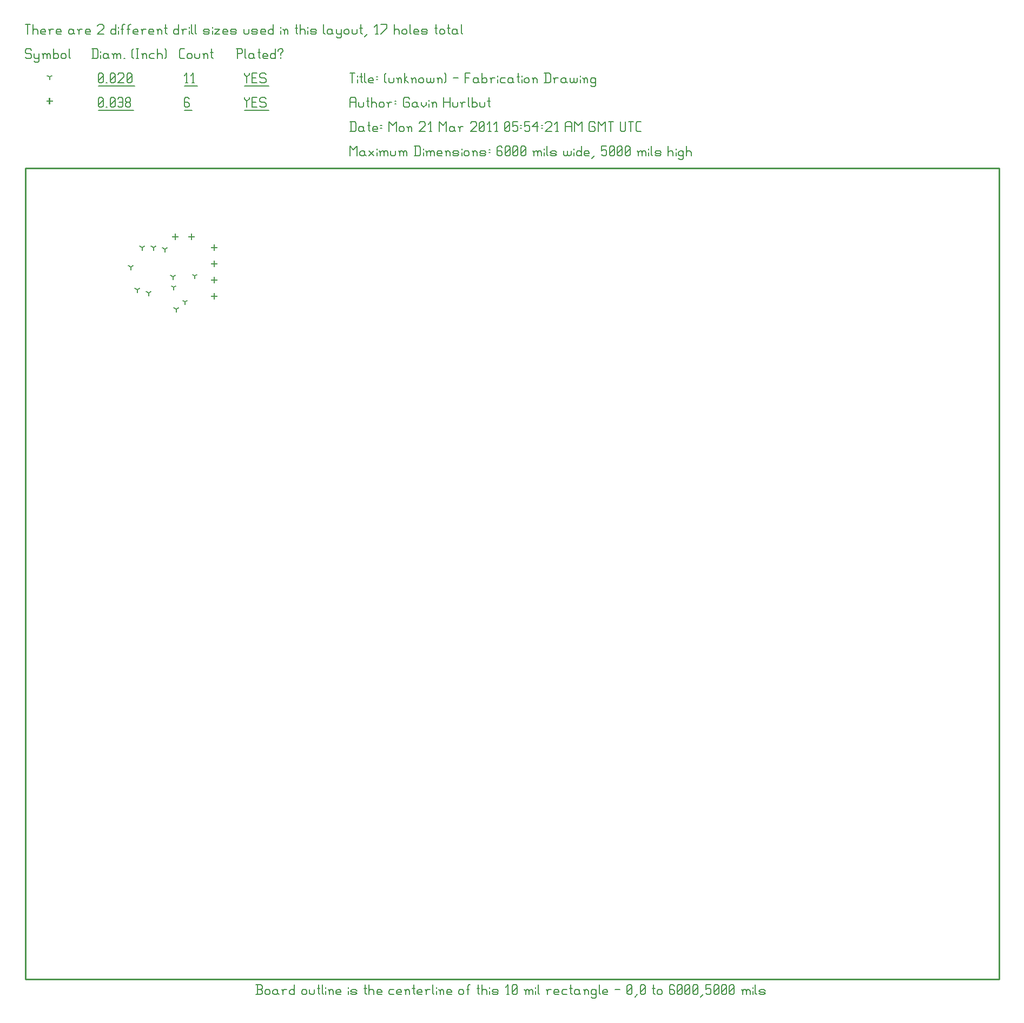
<source format=gbr>
G04 start of page 11 for group -3984 idx -3984 *
G04 Title: (unknown), fab *
G04 Creator: pcb 20091103 *
G04 CreationDate: Mon 21 Mar 2011 05:54:21 AM GMT UTC *
G04 For: gjhurlbu *
G04 Format: Gerber/RS-274X *
G04 PCB-Dimensions: 600000 500000 *
G04 PCB-Coordinate-Origin: lower left *
%MOIN*%
%FSLAX25Y25*%
%LNFAB*%
%ADD11C,0.0100*%
%ADD24R,0.0080X0.0080*%
%ADD25C,0.0060*%
G54D24*X116500Y452600D02*Y449400D01*
X114900Y451000D02*X118100D01*
X116500Y442600D02*Y439400D01*
X114900Y441000D02*X118100D01*
X116500Y432600D02*Y429400D01*
X114900Y431000D02*X118100D01*
X116500Y422600D02*Y419400D01*
X114900Y421000D02*X118100D01*
X92500Y459100D02*Y455900D01*
X90900Y457500D02*X94100D01*
X102500Y459100D02*Y455900D01*
X100900Y457500D02*X104100D01*
X15000Y542850D02*Y539650D01*
X13400Y541250D02*X16600D01*
G54D25*X135000Y543500D02*Y542750D01*
X136500Y541250D01*
X138000Y542750D01*
Y543500D02*Y542750D01*
X136500Y541250D02*Y537500D01*
X139801Y540500D02*X142051D01*
X139801Y537500D02*X142801D01*
X139801Y543500D02*Y537500D01*
Y543500D02*X142801D01*
X147603D02*X148353Y542750D01*
X145353Y543500D02*X147603D01*
X144603Y542750D02*X145353Y543500D01*
X144603Y542750D02*Y541250D01*
X145353Y540500D01*
X147603D01*
X148353Y539750D01*
Y538250D01*
X147603Y537500D02*X148353Y538250D01*
X145353Y537500D02*X147603D01*
X144603Y538250D02*X145353Y537500D01*
X135000Y535749D02*X150154D01*
X100250Y543500D02*X101000Y542750D01*
X98750Y543500D02*X100250D01*
X98000Y542750D02*X98750Y543500D01*
X98000Y542750D02*Y538250D01*
X98750Y537500D01*
X100250Y540500D02*X101000Y539750D01*
X98000Y540500D02*X100250D01*
X98750Y537500D02*X100250D01*
X101000Y538250D01*
Y539750D02*Y538250D01*
X98000Y535749D02*X102801D01*
X45000Y538250D02*X45750Y537500D01*
X45000Y542750D02*Y538250D01*
Y542750D02*X45750Y543500D01*
X47250D01*
X48000Y542750D01*
Y538250D01*
X47250Y537500D02*X48000Y538250D01*
X45750Y537500D02*X47250D01*
X45000Y539000D02*X48000Y542000D01*
X49801Y537500D02*X50551D01*
X52353Y538250D02*X53103Y537500D01*
X52353Y542750D02*Y538250D01*
Y542750D02*X53103Y543500D01*
X54603D01*
X55353Y542750D01*
Y538250D01*
X54603Y537500D02*X55353Y538250D01*
X53103Y537500D02*X54603D01*
X52353Y539000D02*X55353Y542000D01*
X57154Y542750D02*X57904Y543500D01*
X59404D01*
X60154Y542750D01*
Y538250D01*
X59404Y537500D02*X60154Y538250D01*
X57904Y537500D02*X59404D01*
X57154Y538250D02*X57904Y537500D01*
Y540500D02*X60154D01*
X61956Y538250D02*X62706Y537500D01*
X61956Y539750D02*Y538250D01*
Y539750D02*X62706Y540500D01*
X64206D01*
X64956Y539750D01*
Y538250D01*
X64206Y537500D02*X64956Y538250D01*
X62706Y537500D02*X64206D01*
X61956Y541250D02*X62706Y540500D01*
X61956Y542750D02*Y541250D01*
Y542750D02*X62706Y543500D01*
X64206D01*
X64956Y542750D01*
Y541250D01*
X64206Y540500D02*X64956Y541250D01*
X45000Y535749D02*X66757D01*
X79000Y451000D02*Y449400D01*
Y451000D02*X80386Y451800D01*
X79000Y451000D02*X77614Y451800D01*
X72000Y451000D02*Y449400D01*
Y451000D02*X73386Y451800D01*
X72000Y451000D02*X70614Y451800D01*
X86000Y450000D02*Y448400D01*
Y450000D02*X87386Y450800D01*
X86000Y450000D02*X84614Y450800D01*
X91000Y433000D02*Y431400D01*
Y433000D02*X92386Y433800D01*
X91000Y433000D02*X89614Y433800D01*
X65000Y439000D02*Y437400D01*
Y439000D02*X66386Y439800D01*
X65000Y439000D02*X63614Y439800D01*
X93000Y413000D02*Y411400D01*
Y413000D02*X94386Y413800D01*
X93000Y413000D02*X91614Y413800D01*
X76000Y423000D02*Y421400D01*
Y423000D02*X77386Y423800D01*
X76000Y423000D02*X74614Y423800D01*
X69000Y425000D02*Y423400D01*
Y425000D02*X70386Y425800D01*
X69000Y425000D02*X67614Y425800D01*
X98500Y417500D02*Y415900D01*
Y417500D02*X99886Y418300D01*
X98500Y417500D02*X97114Y418300D01*
X91500Y426500D02*Y424900D01*
Y426500D02*X92886Y427300D01*
X91500Y426500D02*X90114Y427300D01*
X104500Y433500D02*Y431900D01*
Y433500D02*X105886Y434300D01*
X104500Y433500D02*X103114Y434300D01*
X15000Y556250D02*Y554650D01*
Y556250D02*X16386Y557050D01*
X15000Y556250D02*X13614Y557050D01*
X135000Y558500D02*Y557750D01*
X136500Y556250D01*
X138000Y557750D01*
Y558500D02*Y557750D01*
X136500Y556250D02*Y552500D01*
X139801Y555500D02*X142051D01*
X139801Y552500D02*X142801D01*
X139801Y558500D02*Y552500D01*
Y558500D02*X142801D01*
X147603D02*X148353Y557750D01*
X145353Y558500D02*X147603D01*
X144603Y557750D02*X145353Y558500D01*
X144603Y557750D02*Y556250D01*
X145353Y555500D01*
X147603D01*
X148353Y554750D01*
Y553250D01*
X147603Y552500D02*X148353Y553250D01*
X145353Y552500D02*X147603D01*
X144603Y553250D02*X145353Y552500D01*
X135000Y550749D02*X150154D01*
X98750Y552500D02*X100250D01*
X99500Y558500D02*Y552500D01*
X98000Y557000D02*X99500Y558500D01*
X102801Y552500D02*X104301D01*
X103551Y558500D02*Y552500D01*
X102051Y557000D02*X103551Y558500D01*
X98000Y550749D02*X106103D01*
X45000Y553250D02*X45750Y552500D01*
X45000Y557750D02*Y553250D01*
Y557750D02*X45750Y558500D01*
X47250D01*
X48000Y557750D01*
Y553250D01*
X47250Y552500D02*X48000Y553250D01*
X45750Y552500D02*X47250D01*
X45000Y554000D02*X48000Y557000D01*
X49801Y552500D02*X50551D01*
X52353Y553250D02*X53103Y552500D01*
X52353Y557750D02*Y553250D01*
Y557750D02*X53103Y558500D01*
X54603D01*
X55353Y557750D01*
Y553250D01*
X54603Y552500D02*X55353Y553250D01*
X53103Y552500D02*X54603D01*
X52353Y554000D02*X55353Y557000D01*
X57154Y557750D02*X57904Y558500D01*
X60154D01*
X60904Y557750D01*
Y556250D01*
X57154Y552500D02*X60904Y556250D01*
X57154Y552500D02*X60904D01*
X62706Y553250D02*X63456Y552500D01*
X62706Y557750D02*Y553250D01*
Y557750D02*X63456Y558500D01*
X64956D01*
X65706Y557750D01*
Y553250D01*
X64956Y552500D02*X65706Y553250D01*
X63456Y552500D02*X64956D01*
X62706Y554000D02*X65706Y557000D01*
X45000Y550749D02*X67507D01*
X3000Y573500D02*X3750Y572750D01*
X750Y573500D02*X3000D01*
X0Y572750D02*X750Y573500D01*
X0Y572750D02*Y571250D01*
X750Y570500D01*
X3000D01*
X3750Y569750D01*
Y568250D01*
X3000Y567500D02*X3750Y568250D01*
X750Y567500D02*X3000D01*
X0Y568250D02*X750Y567500D01*
X5551Y570500D02*Y568250D01*
X6301Y567500D01*
X8551Y570500D02*Y566000D01*
X7801Y565250D02*X8551Y566000D01*
X6301Y565250D02*X7801D01*
X5551Y566000D02*X6301Y565250D01*
Y567500D02*X7801D01*
X8551Y568250D01*
X11103Y569750D02*Y567500D01*
Y569750D02*X11853Y570500D01*
X12603D01*
X13353Y569750D01*
Y567500D01*
Y569750D02*X14103Y570500D01*
X14853D01*
X15603Y569750D01*
Y567500D01*
X10353Y570500D02*X11103Y569750D01*
X17404Y573500D02*Y567500D01*
Y568250D02*X18154Y567500D01*
X19654D01*
X20404Y568250D01*
Y569750D02*Y568250D01*
X19654Y570500D02*X20404Y569750D01*
X18154Y570500D02*X19654D01*
X17404Y569750D02*X18154Y570500D01*
X22206Y569750D02*Y568250D01*
Y569750D02*X22956Y570500D01*
X24456D01*
X25206Y569750D01*
Y568250D01*
X24456Y567500D02*X25206Y568250D01*
X22956Y567500D02*X24456D01*
X22206Y568250D02*X22956Y567500D01*
X27007Y573500D02*Y568250D01*
X27757Y567500D01*
X41750Y573500D02*Y567500D01*
X44000Y573500D02*X44750Y572750D01*
Y568250D01*
X44000Y567500D02*X44750Y568250D01*
X41000Y567500D02*X44000D01*
X41000Y573500D02*X44000D01*
X46551Y572000D02*Y571250D01*
Y569750D02*Y567500D01*
X50303Y570500D02*X51053Y569750D01*
X48803Y570500D02*X50303D01*
X48053Y569750D02*X48803Y570500D01*
X48053Y569750D02*Y568250D01*
X48803Y567500D01*
X51053Y570500D02*Y568250D01*
X51803Y567500D01*
X48803D02*X50303D01*
X51053Y568250D01*
X54354Y569750D02*Y567500D01*
Y569750D02*X55104Y570500D01*
X55854D01*
X56604Y569750D01*
Y567500D01*
Y569750D02*X57354Y570500D01*
X58104D01*
X58854Y569750D01*
Y567500D01*
X53604Y570500D02*X54354Y569750D01*
X60656Y567500D02*X61406D01*
X65907Y568250D02*X66657Y567500D01*
X65907Y572750D02*X66657Y573500D01*
X65907Y572750D02*Y568250D01*
X68459Y573500D02*X69959D01*
X69209D02*Y567500D01*
X68459D02*X69959D01*
X72510Y569750D02*Y567500D01*
Y569750D02*X73260Y570500D01*
X74010D01*
X74760Y569750D01*
Y567500D01*
X71760Y570500D02*X72510Y569750D01*
X77312Y570500D02*X79562D01*
X76562Y569750D02*X77312Y570500D01*
X76562Y569750D02*Y568250D01*
X77312Y567500D01*
X79562D01*
X81363Y573500D02*Y567500D01*
Y569750D02*X82113Y570500D01*
X83613D01*
X84363Y569750D01*
Y567500D01*
X86165Y573500D02*X86915Y572750D01*
Y568250D01*
X86165Y567500D02*X86915Y568250D01*
X95750Y567500D02*X98000D01*
X95000Y568250D02*X95750Y567500D01*
X95000Y572750D02*Y568250D01*
Y572750D02*X95750Y573500D01*
X98000D01*
X99801Y569750D02*Y568250D01*
Y569750D02*X100551Y570500D01*
X102051D01*
X102801Y569750D01*
Y568250D01*
X102051Y567500D02*X102801Y568250D01*
X100551Y567500D02*X102051D01*
X99801Y568250D02*X100551Y567500D01*
X104603Y570500D02*Y568250D01*
X105353Y567500D01*
X106853D01*
X107603Y568250D01*
Y570500D02*Y568250D01*
X110154Y569750D02*Y567500D01*
Y569750D02*X110904Y570500D01*
X111654D01*
X112404Y569750D01*
Y567500D01*
X109404Y570500D02*X110154Y569750D01*
X114956Y573500D02*Y568250D01*
X115706Y567500D01*
X114206Y571250D02*X115706D01*
X130750Y573500D02*Y567500D01*
X130000Y573500D02*X133000D01*
X133750Y572750D01*
Y571250D01*
X133000Y570500D02*X133750Y571250D01*
X130750Y570500D02*X133000D01*
X135551Y573500D02*Y568250D01*
X136301Y567500D01*
X140053Y570500D02*X140803Y569750D01*
X138553Y570500D02*X140053D01*
X137803Y569750D02*X138553Y570500D01*
X137803Y569750D02*Y568250D01*
X138553Y567500D01*
X140803Y570500D02*Y568250D01*
X141553Y567500D01*
X138553D02*X140053D01*
X140803Y568250D01*
X144104Y573500D02*Y568250D01*
X144854Y567500D01*
X143354Y571250D02*X144854D01*
X147106Y567500D02*X149356D01*
X146356Y568250D02*X147106Y567500D01*
X146356Y569750D02*Y568250D01*
Y569750D02*X147106Y570500D01*
X148606D01*
X149356Y569750D01*
X146356Y569000D02*X149356D01*
Y569750D02*Y569000D01*
X154157Y573500D02*Y567500D01*
X153407D02*X154157Y568250D01*
X151907Y567500D02*X153407D01*
X151157Y568250D02*X151907Y567500D01*
X151157Y569750D02*Y568250D01*
Y569750D02*X151907Y570500D01*
X153407D01*
X154157Y569750D01*
X157459Y570500D02*Y569750D01*
Y568250D02*Y567500D01*
X155959Y572750D02*Y572000D01*
Y572750D02*X156709Y573500D01*
X158209D01*
X158959Y572750D01*
Y572000D01*
X157459Y570500D02*X158959Y572000D01*
X0Y588500D02*X3000D01*
X1500D02*Y582500D01*
X4801Y588500D02*Y582500D01*
Y584750D02*X5551Y585500D01*
X7051D01*
X7801Y584750D01*
Y582500D01*
X10353D02*X12603D01*
X9603Y583250D02*X10353Y582500D01*
X9603Y584750D02*Y583250D01*
Y584750D02*X10353Y585500D01*
X11853D01*
X12603Y584750D01*
X9603Y584000D02*X12603D01*
Y584750D02*Y584000D01*
X15154Y584750D02*Y582500D01*
Y584750D02*X15904Y585500D01*
X17404D01*
X14404D02*X15154Y584750D01*
X19956Y582500D02*X22206D01*
X19206Y583250D02*X19956Y582500D01*
X19206Y584750D02*Y583250D01*
Y584750D02*X19956Y585500D01*
X21456D01*
X22206Y584750D01*
X19206Y584000D02*X22206D01*
Y584750D02*Y584000D01*
X28957Y585500D02*X29707Y584750D01*
X27457Y585500D02*X28957D01*
X26707Y584750D02*X27457Y585500D01*
X26707Y584750D02*Y583250D01*
X27457Y582500D01*
X29707Y585500D02*Y583250D01*
X30457Y582500D01*
X27457D02*X28957D01*
X29707Y583250D01*
X33009Y584750D02*Y582500D01*
Y584750D02*X33759Y585500D01*
X35259D01*
X32259D02*X33009Y584750D01*
X37810Y582500D02*X40060D01*
X37060Y583250D02*X37810Y582500D01*
X37060Y584750D02*Y583250D01*
Y584750D02*X37810Y585500D01*
X39310D01*
X40060Y584750D01*
X37060Y584000D02*X40060D01*
Y584750D02*Y584000D01*
X44562Y587750D02*X45312Y588500D01*
X47562D01*
X48312Y587750D01*
Y586250D01*
X44562Y582500D02*X48312Y586250D01*
X44562Y582500D02*X48312D01*
X55813Y588500D02*Y582500D01*
X55063D02*X55813Y583250D01*
X53563Y582500D02*X55063D01*
X52813Y583250D02*X53563Y582500D01*
X52813Y584750D02*Y583250D01*
Y584750D02*X53563Y585500D01*
X55063D01*
X55813Y584750D01*
X57615Y587000D02*Y586250D01*
Y584750D02*Y582500D01*
X59866Y587750D02*Y582500D01*
Y587750D02*X60616Y588500D01*
X61366D01*
X59116Y585500D02*X60616D01*
X63618Y587750D02*Y582500D01*
Y587750D02*X64368Y588500D01*
X65118D01*
X62868Y585500D02*X64368D01*
X67369Y582500D02*X69619D01*
X66619Y583250D02*X67369Y582500D01*
X66619Y584750D02*Y583250D01*
Y584750D02*X67369Y585500D01*
X68869D01*
X69619Y584750D01*
X66619Y584000D02*X69619D01*
Y584750D02*Y584000D01*
X72171Y584750D02*Y582500D01*
Y584750D02*X72921Y585500D01*
X74421D01*
X71421D02*X72171Y584750D01*
X76972Y582500D02*X79222D01*
X76222Y583250D02*X76972Y582500D01*
X76222Y584750D02*Y583250D01*
Y584750D02*X76972Y585500D01*
X78472D01*
X79222Y584750D01*
X76222Y584000D02*X79222D01*
Y584750D02*Y584000D01*
X81774Y584750D02*Y582500D01*
Y584750D02*X82524Y585500D01*
X83274D01*
X84024Y584750D01*
Y582500D01*
X81024Y585500D02*X81774Y584750D01*
X86575Y588500D02*Y583250D01*
X87325Y582500D01*
X85825Y586250D02*X87325D01*
X94527Y588500D02*Y582500D01*
X93777D02*X94527Y583250D01*
X92277Y582500D02*X93777D01*
X91527Y583250D02*X92277Y582500D01*
X91527Y584750D02*Y583250D01*
Y584750D02*X92277Y585500D01*
X93777D01*
X94527Y584750D01*
X97078D02*Y582500D01*
Y584750D02*X97828Y585500D01*
X99328D01*
X96328D02*X97078Y584750D01*
X101130Y587000D02*Y586250D01*
Y584750D02*Y582500D01*
X102631Y588500D02*Y583250D01*
X103381Y582500D01*
X104883Y588500D02*Y583250D01*
X105633Y582500D01*
X110584D02*X112834D01*
X113584Y583250D01*
X112834Y584000D02*X113584Y583250D01*
X110584Y584000D02*X112834D01*
X109834Y584750D02*X110584Y584000D01*
X109834Y584750D02*X110584Y585500D01*
X112834D01*
X113584Y584750D01*
X109834Y583250D02*X110584Y582500D01*
X115386Y587000D02*Y586250D01*
Y584750D02*Y582500D01*
X116887Y585500D02*X119887D01*
X116887Y582500D02*X119887Y585500D01*
X116887Y582500D02*X119887D01*
X122439D02*X124689D01*
X121689Y583250D02*X122439Y582500D01*
X121689Y584750D02*Y583250D01*
Y584750D02*X122439Y585500D01*
X123939D01*
X124689Y584750D01*
X121689Y584000D02*X124689D01*
Y584750D02*Y584000D01*
X127240Y582500D02*X129490D01*
X130240Y583250D01*
X129490Y584000D02*X130240Y583250D01*
X127240Y584000D02*X129490D01*
X126490Y584750D02*X127240Y584000D01*
X126490Y584750D02*X127240Y585500D01*
X129490D01*
X130240Y584750D01*
X126490Y583250D02*X127240Y582500D01*
X134742Y585500D02*Y583250D01*
X135492Y582500D01*
X136992D01*
X137742Y583250D01*
Y585500D02*Y583250D01*
X140293Y582500D02*X142543D01*
X143293Y583250D01*
X142543Y584000D02*X143293Y583250D01*
X140293Y584000D02*X142543D01*
X139543Y584750D02*X140293Y584000D01*
X139543Y584750D02*X140293Y585500D01*
X142543D01*
X143293Y584750D01*
X139543Y583250D02*X140293Y582500D01*
X145845D02*X148095D01*
X145095Y583250D02*X145845Y582500D01*
X145095Y584750D02*Y583250D01*
Y584750D02*X145845Y585500D01*
X147345D01*
X148095Y584750D01*
X145095Y584000D02*X148095D01*
Y584750D02*Y584000D01*
X152896Y588500D02*Y582500D01*
X152146D02*X152896Y583250D01*
X150646Y582500D02*X152146D01*
X149896Y583250D02*X150646Y582500D01*
X149896Y584750D02*Y583250D01*
Y584750D02*X150646Y585500D01*
X152146D01*
X152896Y584750D01*
X157398Y587000D02*Y586250D01*
Y584750D02*Y582500D01*
X159649Y584750D02*Y582500D01*
Y584750D02*X160399Y585500D01*
X161149D01*
X161899Y584750D01*
Y582500D01*
X158899Y585500D02*X159649Y584750D01*
X167151Y588500D02*Y583250D01*
X167901Y582500D01*
X166401Y586250D02*X167901D01*
X169402Y588500D02*Y582500D01*
Y584750D02*X170152Y585500D01*
X171652D01*
X172402Y584750D01*
Y582500D01*
X174204Y587000D02*Y586250D01*
Y584750D02*Y582500D01*
X176455D02*X178705D01*
X179455Y583250D01*
X178705Y584000D02*X179455Y583250D01*
X176455Y584000D02*X178705D01*
X175705Y584750D02*X176455Y584000D01*
X175705Y584750D02*X176455Y585500D01*
X178705D01*
X179455Y584750D01*
X175705Y583250D02*X176455Y582500D01*
X183957Y588500D02*Y583250D01*
X184707Y582500D01*
X188458Y585500D02*X189208Y584750D01*
X186958Y585500D02*X188458D01*
X186208Y584750D02*X186958Y585500D01*
X186208Y584750D02*Y583250D01*
X186958Y582500D01*
X189208Y585500D02*Y583250D01*
X189958Y582500D01*
X186958D02*X188458D01*
X189208Y583250D01*
X191760Y585500D02*Y583250D01*
X192510Y582500D01*
X194760Y585500D02*Y581000D01*
X194010Y580250D02*X194760Y581000D01*
X192510Y580250D02*X194010D01*
X191760Y581000D02*X192510Y580250D01*
Y582500D02*X194010D01*
X194760Y583250D01*
X196561Y584750D02*Y583250D01*
Y584750D02*X197311Y585500D01*
X198811D01*
X199561Y584750D01*
Y583250D01*
X198811Y582500D02*X199561Y583250D01*
X197311Y582500D02*X198811D01*
X196561Y583250D02*X197311Y582500D01*
X201363Y585500D02*Y583250D01*
X202113Y582500D01*
X203613D01*
X204363Y583250D01*
Y585500D02*Y583250D01*
X206914Y588500D02*Y583250D01*
X207664Y582500D01*
X206164Y586250D02*X207664D01*
X209166Y581000D02*X210666Y582500D01*
X215917D02*X217417D01*
X216667Y588500D02*Y582500D01*
X215167Y587000D02*X216667Y588500D01*
X219219Y582500D02*X222969Y586250D01*
Y588500D02*Y586250D01*
X219219Y588500D02*X222969D01*
X227470D02*Y582500D01*
Y584750D02*X228220Y585500D01*
X229720D01*
X230470Y584750D01*
Y582500D01*
X232272Y584750D02*Y583250D01*
Y584750D02*X233022Y585500D01*
X234522D01*
X235272Y584750D01*
Y583250D01*
X234522Y582500D02*X235272Y583250D01*
X233022Y582500D02*X234522D01*
X232272Y583250D02*X233022Y582500D01*
X237073Y588500D02*Y583250D01*
X237823Y582500D01*
X240075D02*X242325D01*
X239325Y583250D02*X240075Y582500D01*
X239325Y584750D02*Y583250D01*
Y584750D02*X240075Y585500D01*
X241575D01*
X242325Y584750D01*
X239325Y584000D02*X242325D01*
Y584750D02*Y584000D01*
X244876Y582500D02*X247126D01*
X247876Y583250D01*
X247126Y584000D02*X247876Y583250D01*
X244876Y584000D02*X247126D01*
X244126Y584750D02*X244876Y584000D01*
X244126Y584750D02*X244876Y585500D01*
X247126D01*
X247876Y584750D01*
X244126Y583250D02*X244876Y582500D01*
X253128Y588500D02*Y583250D01*
X253878Y582500D01*
X252378Y586250D02*X253878D01*
X255379Y584750D02*Y583250D01*
Y584750D02*X256129Y585500D01*
X257629D01*
X258379Y584750D01*
Y583250D01*
X257629Y582500D02*X258379Y583250D01*
X256129Y582500D02*X257629D01*
X255379Y583250D02*X256129Y582500D01*
X260931Y588500D02*Y583250D01*
X261681Y582500D01*
X260181Y586250D02*X261681D01*
X265432Y585500D02*X266182Y584750D01*
X263932Y585500D02*X265432D01*
X263182Y584750D02*X263932Y585500D01*
X263182Y584750D02*Y583250D01*
X263932Y582500D01*
X266182Y585500D02*Y583250D01*
X266932Y582500D01*
X263932D02*X265432D01*
X266182Y583250D01*
X268734Y588500D02*Y583250D01*
X269484Y582500D01*
G54D11*X0Y500000D02*X600000D01*
X0D02*Y0D01*
X600000Y500000D02*Y0D01*
X0D02*X600000D01*
G54D25*X200000Y513500D02*Y507500D01*
Y513500D02*X202250Y511250D01*
X204500Y513500D01*
Y507500D01*
X208551Y510500D02*X209301Y509750D01*
X207051Y510500D02*X208551D01*
X206301Y509750D02*X207051Y510500D01*
X206301Y509750D02*Y508250D01*
X207051Y507500D01*
X209301Y510500D02*Y508250D01*
X210051Y507500D01*
X207051D02*X208551D01*
X209301Y508250D01*
X211853Y510500D02*X214853Y507500D01*
X211853D02*X214853Y510500D01*
X216654Y512000D02*Y511250D01*
Y509750D02*Y507500D01*
X218906Y509750D02*Y507500D01*
Y509750D02*X219656Y510500D01*
X220406D01*
X221156Y509750D01*
Y507500D01*
Y509750D02*X221906Y510500D01*
X222656D01*
X223406Y509750D01*
Y507500D01*
X218156Y510500D02*X218906Y509750D01*
X225207Y510500D02*Y508250D01*
X225957Y507500D01*
X227457D01*
X228207Y508250D01*
Y510500D02*Y508250D01*
X230759Y509750D02*Y507500D01*
Y509750D02*X231509Y510500D01*
X232259D01*
X233009Y509750D01*
Y507500D01*
Y509750D02*X233759Y510500D01*
X234509D01*
X235259Y509750D01*
Y507500D01*
X230009Y510500D02*X230759Y509750D01*
X240510Y513500D02*Y507500D01*
X242760Y513500D02*X243510Y512750D01*
Y508250D01*
X242760Y507500D02*X243510Y508250D01*
X239760Y507500D02*X242760D01*
X239760Y513500D02*X242760D01*
X245312Y512000D02*Y511250D01*
Y509750D02*Y507500D01*
X247563Y509750D02*Y507500D01*
Y509750D02*X248313Y510500D01*
X249063D01*
X249813Y509750D01*
Y507500D01*
Y509750D02*X250563Y510500D01*
X251313D01*
X252063Y509750D01*
Y507500D01*
X246813Y510500D02*X247563Y509750D01*
X254615Y507500D02*X256865D01*
X253865Y508250D02*X254615Y507500D01*
X253865Y509750D02*Y508250D01*
Y509750D02*X254615Y510500D01*
X256115D01*
X256865Y509750D01*
X253865Y509000D02*X256865D01*
Y509750D02*Y509000D01*
X259416Y509750D02*Y507500D01*
Y509750D02*X260166Y510500D01*
X260916D01*
X261666Y509750D01*
Y507500D01*
X258666Y510500D02*X259416Y509750D01*
X264218Y507500D02*X266468D01*
X267218Y508250D01*
X266468Y509000D02*X267218Y508250D01*
X264218Y509000D02*X266468D01*
X263468Y509750D02*X264218Y509000D01*
X263468Y509750D02*X264218Y510500D01*
X266468D01*
X267218Y509750D01*
X263468Y508250D02*X264218Y507500D01*
X269019Y512000D02*Y511250D01*
Y509750D02*Y507500D01*
X270521Y509750D02*Y508250D01*
Y509750D02*X271271Y510500D01*
X272771D01*
X273521Y509750D01*
Y508250D01*
X272771Y507500D02*X273521Y508250D01*
X271271Y507500D02*X272771D01*
X270521Y508250D02*X271271Y507500D01*
X276072Y509750D02*Y507500D01*
Y509750D02*X276822Y510500D01*
X277572D01*
X278322Y509750D01*
Y507500D01*
X275322Y510500D02*X276072Y509750D01*
X280874Y507500D02*X283124D01*
X283874Y508250D01*
X283124Y509000D02*X283874Y508250D01*
X280874Y509000D02*X283124D01*
X280124Y509750D02*X280874Y509000D01*
X280124Y509750D02*X280874Y510500D01*
X283124D01*
X283874Y509750D01*
X280124Y508250D02*X280874Y507500D01*
X285675Y511250D02*X286425D01*
X285675Y509750D02*X286425D01*
X293177Y513500D02*X293927Y512750D01*
X291677Y513500D02*X293177D01*
X290927Y512750D02*X291677Y513500D01*
X290927Y512750D02*Y508250D01*
X291677Y507500D01*
X293177Y510500D02*X293927Y509750D01*
X290927Y510500D02*X293177D01*
X291677Y507500D02*X293177D01*
X293927Y508250D01*
Y509750D02*Y508250D01*
X295728D02*X296478Y507500D01*
X295728Y512750D02*Y508250D01*
Y512750D02*X296478Y513500D01*
X297978D01*
X298728Y512750D01*
Y508250D01*
X297978Y507500D02*X298728Y508250D01*
X296478Y507500D02*X297978D01*
X295728Y509000D02*X298728Y512000D01*
X300530Y508250D02*X301280Y507500D01*
X300530Y512750D02*Y508250D01*
Y512750D02*X301280Y513500D01*
X302780D01*
X303530Y512750D01*
Y508250D01*
X302780Y507500D02*X303530Y508250D01*
X301280Y507500D02*X302780D01*
X300530Y509000D02*X303530Y512000D01*
X305331Y508250D02*X306081Y507500D01*
X305331Y512750D02*Y508250D01*
Y512750D02*X306081Y513500D01*
X307581D01*
X308331Y512750D01*
Y508250D01*
X307581Y507500D02*X308331Y508250D01*
X306081Y507500D02*X307581D01*
X305331Y509000D02*X308331Y512000D01*
X313583Y509750D02*Y507500D01*
Y509750D02*X314333Y510500D01*
X315083D01*
X315833Y509750D01*
Y507500D01*
Y509750D02*X316583Y510500D01*
X317333D01*
X318083Y509750D01*
Y507500D01*
X312833Y510500D02*X313583Y509750D01*
X319884Y512000D02*Y511250D01*
Y509750D02*Y507500D01*
X321386Y513500D02*Y508250D01*
X322136Y507500D01*
X324387D02*X326637D01*
X327387Y508250D01*
X326637Y509000D02*X327387Y508250D01*
X324387Y509000D02*X326637D01*
X323637Y509750D02*X324387Y509000D01*
X323637Y509750D02*X324387Y510500D01*
X326637D01*
X327387Y509750D01*
X323637Y508250D02*X324387Y507500D01*
X331889Y510500D02*Y508250D01*
X332639Y507500D01*
X333389D01*
X334139Y508250D01*
Y510500D02*Y508250D01*
X334889Y507500D01*
X335639D01*
X336389Y508250D01*
Y510500D02*Y508250D01*
X338190Y512000D02*Y511250D01*
Y509750D02*Y507500D01*
X342692Y513500D02*Y507500D01*
X341942D02*X342692Y508250D01*
X340442Y507500D02*X341942D01*
X339692Y508250D02*X340442Y507500D01*
X339692Y509750D02*Y508250D01*
Y509750D02*X340442Y510500D01*
X341942D01*
X342692Y509750D01*
X345243Y507500D02*X347493D01*
X344493Y508250D02*X345243Y507500D01*
X344493Y509750D02*Y508250D01*
Y509750D02*X345243Y510500D01*
X346743D01*
X347493Y509750D01*
X344493Y509000D02*X347493D01*
Y509750D02*Y509000D01*
X349295Y506000D02*X350795Y507500D01*
X355296Y513500D02*X358296D01*
X355296D02*Y510500D01*
X356046Y511250D01*
X357546D01*
X358296Y510500D01*
Y508250D01*
X357546Y507500D02*X358296Y508250D01*
X356046Y507500D02*X357546D01*
X355296Y508250D02*X356046Y507500D01*
X360098Y508250D02*X360848Y507500D01*
X360098Y512750D02*Y508250D01*
Y512750D02*X360848Y513500D01*
X362348D01*
X363098Y512750D01*
Y508250D01*
X362348Y507500D02*X363098Y508250D01*
X360848Y507500D02*X362348D01*
X360098Y509000D02*X363098Y512000D01*
X364899Y508250D02*X365649Y507500D01*
X364899Y512750D02*Y508250D01*
Y512750D02*X365649Y513500D01*
X367149D01*
X367899Y512750D01*
Y508250D01*
X367149Y507500D02*X367899Y508250D01*
X365649Y507500D02*X367149D01*
X364899Y509000D02*X367899Y512000D01*
X369701Y508250D02*X370451Y507500D01*
X369701Y512750D02*Y508250D01*
Y512750D02*X370451Y513500D01*
X371951D01*
X372701Y512750D01*
Y508250D01*
X371951Y507500D02*X372701Y508250D01*
X370451Y507500D02*X371951D01*
X369701Y509000D02*X372701Y512000D01*
X377952Y509750D02*Y507500D01*
Y509750D02*X378702Y510500D01*
X379452D01*
X380202Y509750D01*
Y507500D01*
Y509750D02*X380952Y510500D01*
X381702D01*
X382452Y509750D01*
Y507500D01*
X377202Y510500D02*X377952Y509750D01*
X384254Y512000D02*Y511250D01*
Y509750D02*Y507500D01*
X385755Y513500D02*Y508250D01*
X386505Y507500D01*
X388757D02*X391007D01*
X391757Y508250D01*
X391007Y509000D02*X391757Y508250D01*
X388757Y509000D02*X391007D01*
X388007Y509750D02*X388757Y509000D01*
X388007Y509750D02*X388757Y510500D01*
X391007D01*
X391757Y509750D01*
X388007Y508250D02*X388757Y507500D01*
X396258Y513500D02*Y507500D01*
Y509750D02*X397008Y510500D01*
X398508D01*
X399258Y509750D01*
Y507500D01*
X401060Y512000D02*Y511250D01*
Y509750D02*Y507500D01*
X404811Y510500D02*X405561Y509750D01*
X403311Y510500D02*X404811D01*
X402561Y509750D02*X403311Y510500D01*
X402561Y509750D02*Y508250D01*
X403311Y507500D01*
X404811D01*
X405561Y508250D01*
X402561Y506000D02*X403311Y505250D01*
X404811D01*
X405561Y506000D01*
Y510500D02*Y506000D01*
X407363Y513500D02*Y507500D01*
Y509750D02*X408113Y510500D01*
X409613D01*
X410363Y509750D01*
Y507500D01*
X142226Y-9500D02*X145226D01*
X145976Y-8750D01*
Y-7250D02*Y-8750D01*
X145226Y-6500D02*X145976Y-7250D01*
X142976Y-6500D02*X145226D01*
X142976Y-3500D02*Y-9500D01*
X142226Y-3500D02*X145226D01*
X145976Y-4250D01*
Y-5750D01*
X145226Y-6500D02*X145976Y-5750D01*
X147777Y-7250D02*Y-8750D01*
Y-7250D02*X148527Y-6500D01*
X150027D01*
X150777Y-7250D01*
Y-8750D01*
X150027Y-9500D02*X150777Y-8750D01*
X148527Y-9500D02*X150027D01*
X147777Y-8750D02*X148527Y-9500D01*
X154829Y-6500D02*X155579Y-7250D01*
X153329Y-6500D02*X154829D01*
X152579Y-7250D02*X153329Y-6500D01*
X152579Y-7250D02*Y-8750D01*
X153329Y-9500D01*
X155579Y-6500D02*Y-8750D01*
X156329Y-9500D01*
X153329D02*X154829D01*
X155579Y-8750D01*
X158880Y-7250D02*Y-9500D01*
Y-7250D02*X159630Y-6500D01*
X161130D01*
X158130D02*X158880Y-7250D01*
X165932Y-3500D02*Y-9500D01*
X165182D02*X165932Y-8750D01*
X163682Y-9500D02*X165182D01*
X162932Y-8750D02*X163682Y-9500D01*
X162932Y-7250D02*Y-8750D01*
Y-7250D02*X163682Y-6500D01*
X165182D01*
X165932Y-7250D01*
X170433D02*Y-8750D01*
Y-7250D02*X171183Y-6500D01*
X172683D01*
X173433Y-7250D01*
Y-8750D01*
X172683Y-9500D02*X173433Y-8750D01*
X171183Y-9500D02*X172683D01*
X170433Y-8750D02*X171183Y-9500D01*
X175235Y-6500D02*Y-8750D01*
X175985Y-9500D01*
X177485D01*
X178235Y-8750D01*
Y-6500D02*Y-8750D01*
X180786Y-3500D02*Y-8750D01*
X181536Y-9500D01*
X180036Y-5750D02*X181536D01*
X183038Y-3500D02*Y-8750D01*
X183788Y-9500D01*
X185289Y-5000D02*Y-5750D01*
Y-7250D02*Y-9500D01*
X187541Y-7250D02*Y-9500D01*
Y-7250D02*X188291Y-6500D01*
X189041D01*
X189791Y-7250D01*
Y-9500D01*
X186791Y-6500D02*X187541Y-7250D01*
X192342Y-9500D02*X194592D01*
X191592Y-8750D02*X192342Y-9500D01*
X191592Y-7250D02*Y-8750D01*
Y-7250D02*X192342Y-6500D01*
X193842D01*
X194592Y-7250D01*
X191592Y-8000D02*X194592D01*
Y-7250D02*Y-8000D01*
X199094Y-5000D02*Y-5750D01*
Y-7250D02*Y-9500D01*
X201345D02*X203595D01*
X204345Y-8750D01*
X203595Y-8000D02*X204345Y-8750D01*
X201345Y-8000D02*X203595D01*
X200595Y-7250D02*X201345Y-8000D01*
X200595Y-7250D02*X201345Y-6500D01*
X203595D01*
X204345Y-7250D01*
X200595Y-8750D02*X201345Y-9500D01*
X209597Y-3500D02*Y-8750D01*
X210347Y-9500D01*
X208847Y-5750D02*X210347D01*
X211848Y-3500D02*Y-9500D01*
Y-7250D02*X212598Y-6500D01*
X214098D01*
X214848Y-7250D01*
Y-9500D01*
X217400D02*X219650D01*
X216650Y-8750D02*X217400Y-9500D01*
X216650Y-7250D02*Y-8750D01*
Y-7250D02*X217400Y-6500D01*
X218900D01*
X219650Y-7250D01*
X216650Y-8000D02*X219650D01*
Y-7250D02*Y-8000D01*
X224901Y-6500D02*X227151D01*
X224151Y-7250D02*X224901Y-6500D01*
X224151Y-7250D02*Y-8750D01*
X224901Y-9500D01*
X227151D01*
X229703D02*X231953D01*
X228953Y-8750D02*X229703Y-9500D01*
X228953Y-7250D02*Y-8750D01*
Y-7250D02*X229703Y-6500D01*
X231203D01*
X231953Y-7250D01*
X228953Y-8000D02*X231953D01*
Y-7250D02*Y-8000D01*
X234504Y-7250D02*Y-9500D01*
Y-7250D02*X235254Y-6500D01*
X236004D01*
X236754Y-7250D01*
Y-9500D01*
X233754Y-6500D02*X234504Y-7250D01*
X239306Y-3500D02*Y-8750D01*
X240056Y-9500D01*
X238556Y-5750D02*X240056D01*
X242307Y-9500D02*X244557D01*
X241557Y-8750D02*X242307Y-9500D01*
X241557Y-7250D02*Y-8750D01*
Y-7250D02*X242307Y-6500D01*
X243807D01*
X244557Y-7250D01*
X241557Y-8000D02*X244557D01*
Y-7250D02*Y-8000D01*
X247109Y-7250D02*Y-9500D01*
Y-7250D02*X247859Y-6500D01*
X249359D01*
X246359D02*X247109Y-7250D01*
X251160Y-3500D02*Y-8750D01*
X251910Y-9500D01*
X253412Y-5000D02*Y-5750D01*
Y-7250D02*Y-9500D01*
X255663Y-7250D02*Y-9500D01*
Y-7250D02*X256413Y-6500D01*
X257163D01*
X257913Y-7250D01*
Y-9500D01*
X254913Y-6500D02*X255663Y-7250D01*
X260465Y-9500D02*X262715D01*
X259715Y-8750D02*X260465Y-9500D01*
X259715Y-7250D02*Y-8750D01*
Y-7250D02*X260465Y-6500D01*
X261965D01*
X262715Y-7250D01*
X259715Y-8000D02*X262715D01*
Y-7250D02*Y-8000D01*
X267216Y-7250D02*Y-8750D01*
Y-7250D02*X267966Y-6500D01*
X269466D01*
X270216Y-7250D01*
Y-8750D01*
X269466Y-9500D02*X270216Y-8750D01*
X267966Y-9500D02*X269466D01*
X267216Y-8750D02*X267966Y-9500D01*
X272768Y-4250D02*Y-9500D01*
Y-4250D02*X273518Y-3500D01*
X274268D01*
X272018Y-6500D02*X273518D01*
X279219Y-3500D02*Y-8750D01*
X279969Y-9500D01*
X278469Y-5750D02*X279969D01*
X281471Y-3500D02*Y-9500D01*
Y-7250D02*X282221Y-6500D01*
X283721D01*
X284471Y-7250D01*
Y-9500D01*
X286272Y-5000D02*Y-5750D01*
Y-7250D02*Y-9500D01*
X288524D02*X290774D01*
X291524Y-8750D01*
X290774Y-8000D02*X291524Y-8750D01*
X288524Y-8000D02*X290774D01*
X287774Y-7250D02*X288524Y-8000D01*
X287774Y-7250D02*X288524Y-6500D01*
X290774D01*
X291524Y-7250D01*
X287774Y-8750D02*X288524Y-9500D01*
X296775D02*X298275D01*
X297525Y-3500D02*Y-9500D01*
X296025Y-5000D02*X297525Y-3500D01*
X300077Y-8750D02*X300827Y-9500D01*
X300077Y-4250D02*Y-8750D01*
Y-4250D02*X300827Y-3500D01*
X302327D01*
X303077Y-4250D01*
Y-8750D01*
X302327Y-9500D02*X303077Y-8750D01*
X300827Y-9500D02*X302327D01*
X300077Y-8000D02*X303077Y-5000D01*
X308328Y-7250D02*Y-9500D01*
Y-7250D02*X309078Y-6500D01*
X309828D01*
X310578Y-7250D01*
Y-9500D01*
Y-7250D02*X311328Y-6500D01*
X312078D01*
X312828Y-7250D01*
Y-9500D01*
X307578Y-6500D02*X308328Y-7250D01*
X314630Y-5000D02*Y-5750D01*
Y-7250D02*Y-9500D01*
X316131Y-3500D02*Y-8750D01*
X316881Y-9500D01*
X321833Y-7250D02*Y-9500D01*
Y-7250D02*X322583Y-6500D01*
X324083D01*
X321083D02*X321833Y-7250D01*
X326634Y-9500D02*X328884D01*
X325884Y-8750D02*X326634Y-9500D01*
X325884Y-7250D02*Y-8750D01*
Y-7250D02*X326634Y-6500D01*
X328134D01*
X328884Y-7250D01*
X325884Y-8000D02*X328884D01*
Y-7250D02*Y-8000D01*
X331436Y-6500D02*X333686D01*
X330686Y-7250D02*X331436Y-6500D01*
X330686Y-7250D02*Y-8750D01*
X331436Y-9500D01*
X333686D01*
X336237Y-3500D02*Y-8750D01*
X336987Y-9500D01*
X335487Y-5750D02*X336987D01*
X340739Y-6500D02*X341489Y-7250D01*
X339239Y-6500D02*X340739D01*
X338489Y-7250D02*X339239Y-6500D01*
X338489Y-7250D02*Y-8750D01*
X339239Y-9500D01*
X341489Y-6500D02*Y-8750D01*
X342239Y-9500D01*
X339239D02*X340739D01*
X341489Y-8750D01*
X344790Y-7250D02*Y-9500D01*
Y-7250D02*X345540Y-6500D01*
X346290D01*
X347040Y-7250D01*
Y-9500D01*
X344040Y-6500D02*X344790Y-7250D01*
X351092Y-6500D02*X351842Y-7250D01*
X349592Y-6500D02*X351092D01*
X348842Y-7250D02*X349592Y-6500D01*
X348842Y-7250D02*Y-8750D01*
X349592Y-9500D01*
X351092D01*
X351842Y-8750D01*
X348842Y-11000D02*X349592Y-11750D01*
X351092D01*
X351842Y-11000D01*
Y-6500D02*Y-11000D01*
X353643Y-3500D02*Y-8750D01*
X354393Y-9500D01*
X356645D02*X358895D01*
X355895Y-8750D02*X356645Y-9500D01*
X355895Y-7250D02*Y-8750D01*
Y-7250D02*X356645Y-6500D01*
X358145D01*
X358895Y-7250D01*
X355895Y-8000D02*X358895D01*
Y-7250D02*Y-8000D01*
X363396Y-6500D02*X366396D01*
X370898Y-8750D02*X371648Y-9500D01*
X370898Y-4250D02*Y-8750D01*
Y-4250D02*X371648Y-3500D01*
X373148D01*
X373898Y-4250D01*
Y-8750D01*
X373148Y-9500D02*X373898Y-8750D01*
X371648Y-9500D02*X373148D01*
X370898Y-8000D02*X373898Y-5000D01*
X375699Y-11000D02*X377199Y-9500D01*
X379001Y-8750D02*X379751Y-9500D01*
X379001Y-4250D02*Y-8750D01*
Y-4250D02*X379751Y-3500D01*
X381251D01*
X382001Y-4250D01*
Y-8750D01*
X381251Y-9500D02*X382001Y-8750D01*
X379751Y-9500D02*X381251D01*
X379001Y-8000D02*X382001Y-5000D01*
X387252Y-3500D02*Y-8750D01*
X388002Y-9500D01*
X386502Y-5750D02*X388002D01*
X389504Y-7250D02*Y-8750D01*
Y-7250D02*X390254Y-6500D01*
X391754D01*
X392504Y-7250D01*
Y-8750D01*
X391754Y-9500D02*X392504Y-8750D01*
X390254Y-9500D02*X391754D01*
X389504Y-8750D02*X390254Y-9500D01*
X399255Y-3500D02*X400005Y-4250D01*
X397755Y-3500D02*X399255D01*
X397005Y-4250D02*X397755Y-3500D01*
X397005Y-4250D02*Y-8750D01*
X397755Y-9500D01*
X399255Y-6500D02*X400005Y-7250D01*
X397005Y-6500D02*X399255D01*
X397755Y-9500D02*X399255D01*
X400005Y-8750D01*
Y-7250D02*Y-8750D01*
X401807D02*X402557Y-9500D01*
X401807Y-4250D02*Y-8750D01*
Y-4250D02*X402557Y-3500D01*
X404057D01*
X404807Y-4250D01*
Y-8750D01*
X404057Y-9500D02*X404807Y-8750D01*
X402557Y-9500D02*X404057D01*
X401807Y-8000D02*X404807Y-5000D01*
X406608Y-8750D02*X407358Y-9500D01*
X406608Y-4250D02*Y-8750D01*
Y-4250D02*X407358Y-3500D01*
X408858D01*
X409608Y-4250D01*
Y-8750D01*
X408858Y-9500D02*X409608Y-8750D01*
X407358Y-9500D02*X408858D01*
X406608Y-8000D02*X409608Y-5000D01*
X411410Y-8750D02*X412160Y-9500D01*
X411410Y-4250D02*Y-8750D01*
Y-4250D02*X412160Y-3500D01*
X413660D01*
X414410Y-4250D01*
Y-8750D01*
X413660Y-9500D02*X414410Y-8750D01*
X412160Y-9500D02*X413660D01*
X411410Y-8000D02*X414410Y-5000D01*
X416211Y-11000D02*X417711Y-9500D01*
X419513Y-3500D02*X422513D01*
X419513D02*Y-6500D01*
X420263Y-5750D01*
X421763D01*
X422513Y-6500D01*
Y-8750D01*
X421763Y-9500D02*X422513Y-8750D01*
X420263Y-9500D02*X421763D01*
X419513Y-8750D02*X420263Y-9500D01*
X424314Y-8750D02*X425064Y-9500D01*
X424314Y-4250D02*Y-8750D01*
Y-4250D02*X425064Y-3500D01*
X426564D01*
X427314Y-4250D01*
Y-8750D01*
X426564Y-9500D02*X427314Y-8750D01*
X425064Y-9500D02*X426564D01*
X424314Y-8000D02*X427314Y-5000D01*
X429116Y-8750D02*X429866Y-9500D01*
X429116Y-4250D02*Y-8750D01*
Y-4250D02*X429866Y-3500D01*
X431366D01*
X432116Y-4250D01*
Y-8750D01*
X431366Y-9500D02*X432116Y-8750D01*
X429866Y-9500D02*X431366D01*
X429116Y-8000D02*X432116Y-5000D01*
X433917Y-8750D02*X434667Y-9500D01*
X433917Y-4250D02*Y-8750D01*
Y-4250D02*X434667Y-3500D01*
X436167D01*
X436917Y-4250D01*
Y-8750D01*
X436167Y-9500D02*X436917Y-8750D01*
X434667Y-9500D02*X436167D01*
X433917Y-8000D02*X436917Y-5000D01*
X442169Y-7250D02*Y-9500D01*
Y-7250D02*X442919Y-6500D01*
X443669D01*
X444419Y-7250D01*
Y-9500D01*
Y-7250D02*X445169Y-6500D01*
X445919D01*
X446669Y-7250D01*
Y-9500D01*
X441419Y-6500D02*X442169Y-7250D01*
X448470Y-5000D02*Y-5750D01*
Y-7250D02*Y-9500D01*
X449972Y-3500D02*Y-8750D01*
X450722Y-9500D01*
X452973D02*X455223D01*
X455973Y-8750D01*
X455223Y-8000D02*X455973Y-8750D01*
X452973Y-8000D02*X455223D01*
X452223Y-7250D02*X452973Y-8000D01*
X452223Y-7250D02*X452973Y-6500D01*
X455223D01*
X455973Y-7250D01*
X452223Y-8750D02*X452973Y-9500D01*
X200750Y528500D02*Y522500D01*
X203000Y528500D02*X203750Y527750D01*
Y523250D01*
X203000Y522500D02*X203750Y523250D01*
X200000Y522500D02*X203000D01*
X200000Y528500D02*X203000D01*
X207801Y525500D02*X208551Y524750D01*
X206301Y525500D02*X207801D01*
X205551Y524750D02*X206301Y525500D01*
X205551Y524750D02*Y523250D01*
X206301Y522500D01*
X208551Y525500D02*Y523250D01*
X209301Y522500D01*
X206301D02*X207801D01*
X208551Y523250D01*
X211853Y528500D02*Y523250D01*
X212603Y522500D01*
X211103Y526250D02*X212603D01*
X214854Y522500D02*X217104D01*
X214104Y523250D02*X214854Y522500D01*
X214104Y524750D02*Y523250D01*
Y524750D02*X214854Y525500D01*
X216354D01*
X217104Y524750D01*
X214104Y524000D02*X217104D01*
Y524750D02*Y524000D01*
X218906Y526250D02*X219656D01*
X218906Y524750D02*X219656D01*
X224157Y528500D02*Y522500D01*
Y528500D02*X226407Y526250D01*
X228657Y528500D01*
Y522500D01*
X230459Y524750D02*Y523250D01*
Y524750D02*X231209Y525500D01*
X232709D01*
X233459Y524750D01*
Y523250D01*
X232709Y522500D02*X233459Y523250D01*
X231209Y522500D02*X232709D01*
X230459Y523250D02*X231209Y522500D01*
X236010Y524750D02*Y522500D01*
Y524750D02*X236760Y525500D01*
X237510D01*
X238260Y524750D01*
Y522500D01*
X235260Y525500D02*X236010Y524750D01*
X242762Y527750D02*X243512Y528500D01*
X245762D01*
X246512Y527750D01*
Y526250D01*
X242762Y522500D02*X246512Y526250D01*
X242762Y522500D02*X246512D01*
X249063D02*X250563D01*
X249813Y528500D02*Y522500D01*
X248313Y527000D02*X249813Y528500D01*
X255065D02*Y522500D01*
Y528500D02*X257315Y526250D01*
X259565Y528500D01*
Y522500D01*
X263616Y525500D02*X264366Y524750D01*
X262116Y525500D02*X263616D01*
X261366Y524750D02*X262116Y525500D01*
X261366Y524750D02*Y523250D01*
X262116Y522500D01*
X264366Y525500D02*Y523250D01*
X265116Y522500D01*
X262116D02*X263616D01*
X264366Y523250D01*
X267668Y524750D02*Y522500D01*
Y524750D02*X268418Y525500D01*
X269918D01*
X266918D02*X267668Y524750D01*
X274419Y527750D02*X275169Y528500D01*
X277419D01*
X278169Y527750D01*
Y526250D01*
X274419Y522500D02*X278169Y526250D01*
X274419Y522500D02*X278169D01*
X279971Y523250D02*X280721Y522500D01*
X279971Y527750D02*Y523250D01*
Y527750D02*X280721Y528500D01*
X282221D01*
X282971Y527750D01*
Y523250D01*
X282221Y522500D02*X282971Y523250D01*
X280721Y522500D02*X282221D01*
X279971Y524000D02*X282971Y527000D01*
X285522Y522500D02*X287022D01*
X286272Y528500D02*Y522500D01*
X284772Y527000D02*X286272Y528500D01*
X289574Y522500D02*X291074D01*
X290324Y528500D02*Y522500D01*
X288824Y527000D02*X290324Y528500D01*
X295575Y523250D02*X296325Y522500D01*
X295575Y527750D02*Y523250D01*
Y527750D02*X296325Y528500D01*
X297825D01*
X298575Y527750D01*
Y523250D01*
X297825Y522500D02*X298575Y523250D01*
X296325Y522500D02*X297825D01*
X295575Y524000D02*X298575Y527000D01*
X300377Y528500D02*X303377D01*
X300377D02*Y525500D01*
X301127Y526250D01*
X302627D01*
X303377Y525500D01*
Y523250D01*
X302627Y522500D02*X303377Y523250D01*
X301127Y522500D02*X302627D01*
X300377Y523250D02*X301127Y522500D01*
X305178Y526250D02*X305928D01*
X305178Y524750D02*X305928D01*
X307730Y528500D02*X310730D01*
X307730D02*Y525500D01*
X308480Y526250D01*
X309980D01*
X310730Y525500D01*
Y523250D01*
X309980Y522500D02*X310730Y523250D01*
X308480Y522500D02*X309980D01*
X307730Y523250D02*X308480Y522500D01*
X312531Y525500D02*X315531Y528500D01*
X312531Y525500D02*X316281D01*
X315531Y528500D02*Y522500D01*
X318083Y526250D02*X318833D01*
X318083Y524750D02*X318833D01*
X320634Y527750D02*X321384Y528500D01*
X323634D01*
X324384Y527750D01*
Y526250D01*
X320634Y522500D02*X324384Y526250D01*
X320634Y522500D02*X324384D01*
X326936D02*X328436D01*
X327686Y528500D02*Y522500D01*
X326186Y527000D02*X327686Y528500D01*
X332937Y527750D02*Y522500D01*
Y527750D02*X333687Y528500D01*
X335937D01*
X336687Y527750D01*
Y522500D01*
X332937Y525500D02*X336687D01*
X338489Y528500D02*Y522500D01*
Y528500D02*X340739Y526250D01*
X342989Y528500D01*
Y522500D01*
X350490Y528500D02*X351240Y527750D01*
X348240Y528500D02*X350490D01*
X347490Y527750D02*X348240Y528500D01*
X347490Y527750D02*Y523250D01*
X348240Y522500D01*
X350490D01*
X351240Y523250D01*
Y524750D02*Y523250D01*
X350490Y525500D02*X351240Y524750D01*
X348990Y525500D02*X350490D01*
X353042Y528500D02*Y522500D01*
Y528500D02*X355292Y526250D01*
X357542Y528500D01*
Y522500D01*
X359343Y528500D02*X362343D01*
X360843D02*Y522500D01*
X366845Y528500D02*Y523250D01*
X367595Y522500D01*
X369095D01*
X369845Y523250D01*
Y528500D02*Y523250D01*
X371646Y528500D02*X374646D01*
X373146D02*Y522500D01*
X377198D02*X379448D01*
X376448Y523250D02*X377198Y522500D01*
X376448Y527750D02*Y523250D01*
Y527750D02*X377198Y528500D01*
X379448D01*
X200000Y542750D02*Y537500D01*
Y542750D02*X200750Y543500D01*
X203000D01*
X203750Y542750D01*
Y537500D01*
X200000Y540500D02*X203750D01*
X205551D02*Y538250D01*
X206301Y537500D01*
X207801D01*
X208551Y538250D01*
Y540500D02*Y538250D01*
X211103Y543500D02*Y538250D01*
X211853Y537500D01*
X210353Y541250D02*X211853D01*
X213354Y543500D02*Y537500D01*
Y539750D02*X214104Y540500D01*
X215604D01*
X216354Y539750D01*
Y537500D01*
X218156Y539750D02*Y538250D01*
Y539750D02*X218906Y540500D01*
X220406D01*
X221156Y539750D01*
Y538250D01*
X220406Y537500D02*X221156Y538250D01*
X218906Y537500D02*X220406D01*
X218156Y538250D02*X218906Y537500D01*
X223707Y539750D02*Y537500D01*
Y539750D02*X224457Y540500D01*
X225957D01*
X222957D02*X223707Y539750D01*
X227759Y541250D02*X228509D01*
X227759Y539750D02*X228509D01*
X236010Y543500D02*X236760Y542750D01*
X233760Y543500D02*X236010D01*
X233010Y542750D02*X233760Y543500D01*
X233010Y542750D02*Y538250D01*
X233760Y537500D01*
X236010D01*
X236760Y538250D01*
Y539750D02*Y538250D01*
X236010Y540500D02*X236760Y539750D01*
X234510Y540500D02*X236010D01*
X240812D02*X241562Y539750D01*
X239312Y540500D02*X240812D01*
X238562Y539750D02*X239312Y540500D01*
X238562Y539750D02*Y538250D01*
X239312Y537500D01*
X241562Y540500D02*Y538250D01*
X242312Y537500D01*
X239312D02*X240812D01*
X241562Y538250D01*
X244113Y540500D02*Y539000D01*
X245613Y537500D01*
X247113Y539000D01*
Y540500D02*Y539000D01*
X248915Y542000D02*Y541250D01*
Y539750D02*Y537500D01*
X251166Y539750D02*Y537500D01*
Y539750D02*X251916Y540500D01*
X252666D01*
X253416Y539750D01*
Y537500D01*
X250416Y540500D02*X251166Y539750D01*
X257918Y543500D02*Y537500D01*
X261668Y543500D02*Y537500D01*
X257918Y540500D02*X261668D01*
X263469D02*Y538250D01*
X264219Y537500D01*
X265719D01*
X266469Y538250D01*
Y540500D02*Y538250D01*
X269021Y539750D02*Y537500D01*
Y539750D02*X269771Y540500D01*
X271271D01*
X268271D02*X269021Y539750D01*
X273072Y543500D02*Y538250D01*
X273822Y537500D01*
X275324Y543500D02*Y537500D01*
Y538250D02*X276074Y537500D01*
X277574D01*
X278324Y538250D01*
Y539750D02*Y538250D01*
X277574Y540500D02*X278324Y539750D01*
X276074Y540500D02*X277574D01*
X275324Y539750D02*X276074Y540500D01*
X280125D02*Y538250D01*
X280875Y537500D01*
X282375D01*
X283125Y538250D01*
Y540500D02*Y538250D01*
X285677Y543500D02*Y538250D01*
X286427Y537500D01*
X284927Y541250D02*X286427D01*
X200000Y558500D02*X203000D01*
X201500D02*Y552500D01*
X204801Y557000D02*Y556250D01*
Y554750D02*Y552500D01*
X207053Y558500D02*Y553250D01*
X207803Y552500D01*
X206303Y556250D02*X207803D01*
X209304Y558500D02*Y553250D01*
X210054Y552500D01*
X212306D02*X214556D01*
X211556Y553250D02*X212306Y552500D01*
X211556Y554750D02*Y553250D01*
Y554750D02*X212306Y555500D01*
X213806D01*
X214556Y554750D01*
X211556Y554000D02*X214556D01*
Y554750D02*Y554000D01*
X216357Y556250D02*X217107D01*
X216357Y554750D02*X217107D01*
X221609Y553250D02*X222359Y552500D01*
X221609Y557750D02*X222359Y558500D01*
X221609Y557750D02*Y553250D01*
X224160Y555500D02*Y553250D01*
X224910Y552500D01*
X226410D01*
X227160Y553250D01*
Y555500D02*Y553250D01*
X229712Y554750D02*Y552500D01*
Y554750D02*X230462Y555500D01*
X231212D01*
X231962Y554750D01*
Y552500D01*
X228962Y555500D02*X229712Y554750D01*
X233763Y558500D02*Y552500D01*
Y554750D02*X236013Y552500D01*
X233763Y554750D02*X235263Y556250D01*
X238565Y554750D02*Y552500D01*
Y554750D02*X239315Y555500D01*
X240065D01*
X240815Y554750D01*
Y552500D01*
X237815Y555500D02*X238565Y554750D01*
X242616D02*Y553250D01*
Y554750D02*X243366Y555500D01*
X244866D01*
X245616Y554750D01*
Y553250D01*
X244866Y552500D02*X245616Y553250D01*
X243366Y552500D02*X244866D01*
X242616Y553250D02*X243366Y552500D01*
X247418Y555500D02*Y553250D01*
X248168Y552500D01*
X248918D01*
X249668Y553250D01*
Y555500D02*Y553250D01*
X250418Y552500D01*
X251168D01*
X251918Y553250D01*
Y555500D02*Y553250D01*
X254469Y554750D02*Y552500D01*
Y554750D02*X255219Y555500D01*
X255969D01*
X256719Y554750D01*
Y552500D01*
X253719Y555500D02*X254469Y554750D01*
X258521Y558500D02*X259271Y557750D01*
Y553250D01*
X258521Y552500D02*X259271Y553250D01*
X263772Y555500D02*X266772D01*
X271274Y558500D02*Y552500D01*
Y558500D02*X274274D01*
X271274Y555500D02*X273524D01*
X278325D02*X279075Y554750D01*
X276825Y555500D02*X278325D01*
X276075Y554750D02*X276825Y555500D01*
X276075Y554750D02*Y553250D01*
X276825Y552500D01*
X279075Y555500D02*Y553250D01*
X279825Y552500D01*
X276825D02*X278325D01*
X279075Y553250D01*
X281627Y558500D02*Y552500D01*
Y553250D02*X282377Y552500D01*
X283877D01*
X284627Y553250D01*
Y554750D02*Y553250D01*
X283877Y555500D02*X284627Y554750D01*
X282377Y555500D02*X283877D01*
X281627Y554750D02*X282377Y555500D01*
X287178Y554750D02*Y552500D01*
Y554750D02*X287928Y555500D01*
X289428D01*
X286428D02*X287178Y554750D01*
X291230Y557000D02*Y556250D01*
Y554750D02*Y552500D01*
X293481Y555500D02*X295731D01*
X292731Y554750D02*X293481Y555500D01*
X292731Y554750D02*Y553250D01*
X293481Y552500D01*
X295731D01*
X299783Y555500D02*X300533Y554750D01*
X298283Y555500D02*X299783D01*
X297533Y554750D02*X298283Y555500D01*
X297533Y554750D02*Y553250D01*
X298283Y552500D01*
X300533Y555500D02*Y553250D01*
X301283Y552500D01*
X298283D02*X299783D01*
X300533Y553250D01*
X303834Y558500D02*Y553250D01*
X304584Y552500D01*
X303084Y556250D02*X304584D01*
X306086Y557000D02*Y556250D01*
Y554750D02*Y552500D01*
X307587Y554750D02*Y553250D01*
Y554750D02*X308337Y555500D01*
X309837D01*
X310587Y554750D01*
Y553250D01*
X309837Y552500D02*X310587Y553250D01*
X308337Y552500D02*X309837D01*
X307587Y553250D02*X308337Y552500D01*
X313139Y554750D02*Y552500D01*
Y554750D02*X313889Y555500D01*
X314639D01*
X315389Y554750D01*
Y552500D01*
X312389Y555500D02*X313139Y554750D01*
X320640Y558500D02*Y552500D01*
X322890Y558500D02*X323640Y557750D01*
Y553250D01*
X322890Y552500D02*X323640Y553250D01*
X319890Y552500D02*X322890D01*
X319890Y558500D02*X322890D01*
X326192Y554750D02*Y552500D01*
Y554750D02*X326942Y555500D01*
X328442D01*
X325442D02*X326192Y554750D01*
X332493Y555500D02*X333243Y554750D01*
X330993Y555500D02*X332493D01*
X330243Y554750D02*X330993Y555500D01*
X330243Y554750D02*Y553250D01*
X330993Y552500D01*
X333243Y555500D02*Y553250D01*
X333993Y552500D01*
X330993D02*X332493D01*
X333243Y553250D01*
X335795Y555500D02*Y553250D01*
X336545Y552500D01*
X337295D01*
X338045Y553250D01*
Y555500D02*Y553250D01*
X338795Y552500D01*
X339545D01*
X340295Y553250D01*
Y555500D02*Y553250D01*
X342096Y557000D02*Y556250D01*
Y554750D02*Y552500D01*
X344348Y554750D02*Y552500D01*
Y554750D02*X345098Y555500D01*
X345848D01*
X346598Y554750D01*
Y552500D01*
X343598Y555500D02*X344348Y554750D01*
X350649Y555500D02*X351399Y554750D01*
X349149Y555500D02*X350649D01*
X348399Y554750D02*X349149Y555500D01*
X348399Y554750D02*Y553250D01*
X349149Y552500D01*
X350649D01*
X351399Y553250D01*
X348399Y551000D02*X349149Y550250D01*
X350649D01*
X351399Y551000D01*
Y555500D02*Y551000D01*
M02*

</source>
